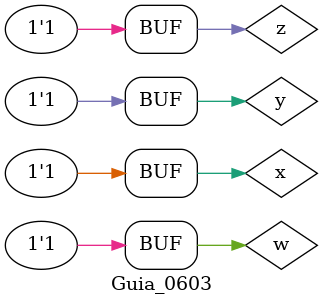
<source format=v>
/*
	806454 - Yago Almeida Melo 
	Guia_0603.v
*/

module expression(output s1, 
input x,
input y, 
input w,
input z);

    assign s1 = ~x&~y&~w&z | ~x&~y&w&~z | ~x&y&~w&z | x&~y&~w&z | x&~y&w&z | x&y&~w&z;
endmodule

module simplified(output s2, 
input x,
input y, 
input w,
input z);

    assign s2 = z&(~w|x|~y) | ~x&~y&w&~z;

endmodule

module Guia_0603;
// ------------------------- definir dados
	reg x, y, w, z;
	wire s1, s2;

    expression EX (s1, x,y,w,z);
    simplified SIM (s2,x,y,w,z);
	
// ------------------------- parte principal
initial
  begin : main
	$display("Guia_0603 - Yago Almeida Melo - 806454");
	$display("Test module");
    $display("   x    y    w    z    s1   s2");
// projetar testes do modulo
	$monitor("%4b %4b %4b %4b %4b %4b", x, y, w, z, s1, s2);
	x = 1'b0; y = 1'b0; w = 1'b0; z = 1'b0;
	#1
	x = 1'b0; y = 1'b0; w = 1'b0; z = 1'b1;
	#1
    x = 1'b0; y = 1'b0; w = 1'b1; z = 1'b0;
	#1
    x = 1'b0; y = 1'b0; w = 1'b1; z = 1'b1;
	#1
    x = 1'b0; y = 1'b1; w = 1'b0; z = 1'b0;
	#1
    x = 1'b0; y = 1'b1; w = 1'b0; z = 1'b1;
	#1
    x = 1'b0; y = 1'b1; w = 1'b1; z = 1'b0;
	#1
    x = 1'b0; y = 1'b1; w = 1'b1; z = 1'b1;
	#1
    x = 1'b1; y = 1'b0; w = 1'b0; z = 1'b0;
	#1
    x = 1'b1; y = 1'b0; w = 1'b0; z = 1'b1;
	#1
    x = 1'b1; y = 1'b0; w = 1'b1; z = 1'b0;
	#1
    x = 1'b1; y = 1'b0; w = 1'b1; z = 1'b1;
	#1
    x = 1'b1; y = 1'b1; w = 1'b0; z = 1'b0;
	#1
    x = 1'b1; y = 1'b1; w = 1'b0; z = 1'b1;
	#1
    x = 1'b1; y = 1'b1; w = 1'b1; z = 1'b0;
    #1
    x = 1'b1; y = 1'b1; w = 1'b1; z = 1'b1;
	
  end
endmodule // test_Guia_0501

</source>
